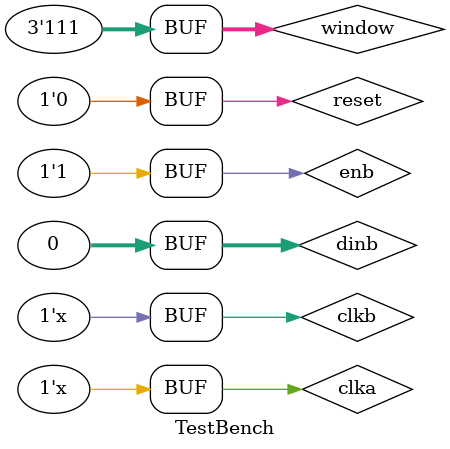
<source format=v>
`timescale 1ns / 1ps


module TestBench;

	// Inputs
	reg reset;
	reg clka;
	reg ena;
	reg [31:0] addra;
	reg [31:0] dina;
	reg clkb;
	reg enb;
	//reg [31:0] addrb;
	reg [31:0] dinb;
	reg go;
	reg [2:0] window;

	// Outputs
	wire done;
	reg [3:0] wea;

	reg [31:0] counter;

	// Instantiate the Unit Under Test (UUT)
	bram_dm uut (
		.reset(reset), 
		.clka(clka), 
		.ena(ena),
		.wea(wea),
		.addra(addra), 
		.dina(dina), 
		.clkb(clkb), 
		.enb(enb), 
		//.addrb(addrb), 
		.dinb(dinb), 
		.go(go), 
		.window(window), 
		.done(done)
	);

	initial begin
		// Initialize Inputs
		reset = 1;
		clka = 0;
		ena = 0;
		addra = 0;
		dina = 0;
		clkb = 0;
		enb = 0;
		//addrb = 0;
		dinb = 0;
		go = 0;
		window = 7;

		// Wait 100 ns for global reset to finish
		#100;
		reset = 0;
		enb = 1;
		ena = 1;
	end
	
	//reg [24 : 0] num_pixel_count;
	
	always #5 clka = ~clka;
	always #5 clkb = ~clkb;
   
	always @(posedge clka)
	begin
		if(reset) begin
			counter <= 0;
			wea <= 'b0000;
			addra <= 0;
		end
		else begin
			dina <= counter;
			counter <= counter + 1;
			wea <= 'b1111;
			addra <= addra + 1;
			
			if (counter == 640 * 7) begin
				ena <= 0;
				go <= 1;
			end
		end
	end
endmodule


</source>
